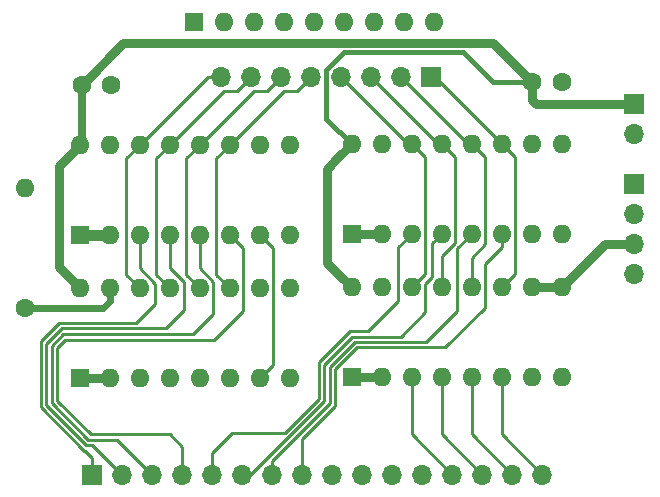
<source format=gbr>
%TF.GenerationSoftware,KiCad,Pcbnew,(5.1.9-0-10_14)*%
%TF.CreationDate,2021-04-21T15:02:01-04:00*%
%TF.ProjectId,MAR,4d41522e-6b69-4636-9164-5f7063625858,rev?*%
%TF.SameCoordinates,Original*%
%TF.FileFunction,Copper,L1,Top*%
%TF.FilePolarity,Positive*%
%FSLAX46Y46*%
G04 Gerber Fmt 4.6, Leading zero omitted, Abs format (unit mm)*
G04 Created by KiCad (PCBNEW (5.1.9-0-10_14)) date 2021-04-21 15:02:01*
%MOMM*%
%LPD*%
G01*
G04 APERTURE LIST*
%TA.AperFunction,ComponentPad*%
%ADD10O,1.600000X1.600000*%
%TD*%
%TA.AperFunction,ComponentPad*%
%ADD11R,1.600000X1.600000*%
%TD*%
%TA.AperFunction,ComponentPad*%
%ADD12C,1.600000*%
%TD*%
%TA.AperFunction,ComponentPad*%
%ADD13O,1.700000X1.700000*%
%TD*%
%TA.AperFunction,ComponentPad*%
%ADD14R,1.700000X1.700000*%
%TD*%
%TA.AperFunction,Conductor*%
%ADD15C,0.900000*%
%TD*%
%TA.AperFunction,Conductor*%
%ADD16C,0.800000*%
%TD*%
%TA.AperFunction,Conductor*%
%ADD17C,0.400000*%
%TD*%
%TA.AperFunction,Conductor*%
%ADD18C,0.250000*%
%TD*%
%TA.AperFunction,Conductor*%
%ADD19C,0.700000*%
%TD*%
%TA.AperFunction,Conductor*%
%ADD20C,0.600000*%
%TD*%
G04 APERTURE END LIST*
D10*
%TO.P,RN1,9*%
%TO.N,/D1*%
X116636800Y-23876000D03*
%TO.P,RN1,8*%
%TO.N,/D2*%
X114096800Y-23876000D03*
%TO.P,RN1,7*%
%TO.N,/D3*%
X111556800Y-23876000D03*
%TO.P,RN1,6*%
%TO.N,/D4*%
X109016800Y-23876000D03*
%TO.P,RN1,5*%
%TO.N,/D5*%
X106476800Y-23876000D03*
%TO.P,RN1,4*%
%TO.N,/D6*%
X103936800Y-23876000D03*
%TO.P,RN1,3*%
%TO.N,/D7*%
X101396800Y-23876000D03*
%TO.P,RN1,2*%
%TO.N,/D8*%
X98856800Y-23876000D03*
D11*
%TO.P,RN1,1*%
%TO.N,GND*%
X96316800Y-23876000D03*
%TD*%
D10*
%TO.P,R1,2*%
%TO.N,GND*%
X81991200Y-37998400D03*
D12*
%TO.P,R1,1*%
%TO.N,/RESET*%
X81991200Y-48158400D03*
%TD*%
D13*
%TO.P,J4,16*%
%TO.N,/Y1*%
X125780800Y-62280800D03*
%TO.P,J4,15*%
%TO.N,/Y2*%
X123240800Y-62280800D03*
%TO.P,J4,14*%
%TO.N,/Y3*%
X120700800Y-62280800D03*
%TO.P,J4,13*%
%TO.N,/Y4*%
X118160800Y-62280800D03*
%TO.P,J4,12*%
%TO.N,/Y5*%
X115620800Y-62280800D03*
%TO.P,J4,11*%
%TO.N,/Y6*%
X113080800Y-62280800D03*
%TO.P,J4,10*%
%TO.N,/Y7*%
X110540800Y-62280800D03*
%TO.P,J4,9*%
%TO.N,/Y8*%
X108000800Y-62280800D03*
%TO.P,J4,8*%
%TO.N,/Y9*%
X105460800Y-62280800D03*
%TO.P,J4,7*%
%TO.N,/Y10*%
X102920800Y-62280800D03*
%TO.P,J4,6*%
%TO.N,/Y11*%
X100380800Y-62280800D03*
%TO.P,J4,5*%
%TO.N,/Y12*%
X97840800Y-62280800D03*
%TO.P,J4,4*%
%TO.N,/Y13*%
X95300800Y-62280800D03*
%TO.P,J4,3*%
%TO.N,/Y14*%
X92760800Y-62280800D03*
%TO.P,J4,2*%
%TO.N,/Y15*%
X90220800Y-62280800D03*
D14*
%TO.P,J4,1*%
%TO.N,/Y16*%
X87680800Y-62280800D03*
%TD*%
D10*
%TO.P,U4,16*%
%TO.N,VCC*%
X109626400Y-34239200D03*
%TO.P,U4,8*%
%TO.N,GND*%
X127406400Y-41859200D03*
%TO.P,U4,15*%
%TO.N,/RESET*%
X112166400Y-34239200D03*
%TO.P,U4,7*%
%TO.N,/CLOCK*%
X124866400Y-41859200D03*
%TO.P,U4,14*%
%TO.N,/D4*%
X114706400Y-34239200D03*
%TO.P,U4,6*%
%TO.N,/Y9*%
X122326400Y-41859200D03*
%TO.P,U4,13*%
%TO.N,/D3*%
X117246400Y-34239200D03*
%TO.P,U4,5*%
%TO.N,/Y10*%
X119786400Y-41859200D03*
%TO.P,U4,12*%
%TO.N,/D2*%
X119786400Y-34239200D03*
%TO.P,U4,4*%
%TO.N,/Y11*%
X117246400Y-41859200D03*
%TO.P,U4,11*%
%TO.N,/D1*%
X122326400Y-34239200D03*
%TO.P,U4,3*%
%TO.N,/Y12*%
X114706400Y-41859200D03*
%TO.P,U4,10*%
%TO.N,/MAR2_IN*%
X124866400Y-34239200D03*
%TO.P,U4,2*%
%TO.N,GND*%
X112166400Y-41859200D03*
%TO.P,U4,9*%
%TO.N,/MAR2_IN*%
X127406400Y-34239200D03*
D11*
%TO.P,U4,1*%
%TO.N,GND*%
X109626400Y-41859200D03*
%TD*%
D10*
%TO.P,U3,16*%
%TO.N,VCC*%
X109626400Y-46380400D03*
%TO.P,U3,8*%
%TO.N,GND*%
X127406400Y-54000400D03*
%TO.P,U3,15*%
%TO.N,/RESET*%
X112166400Y-46380400D03*
%TO.P,U3,7*%
%TO.N,/CLOCK*%
X124866400Y-54000400D03*
%TO.P,U3,14*%
%TO.N,/D4*%
X114706400Y-46380400D03*
%TO.P,U3,6*%
%TO.N,/Y1*%
X122326400Y-54000400D03*
%TO.P,U3,13*%
%TO.N,/D3*%
X117246400Y-46380400D03*
%TO.P,U3,5*%
%TO.N,/Y2*%
X119786400Y-54000400D03*
%TO.P,U3,12*%
%TO.N,/D2*%
X119786400Y-46380400D03*
%TO.P,U3,4*%
%TO.N,/Y3*%
X117246400Y-54000400D03*
%TO.P,U3,11*%
%TO.N,/D1*%
X122326400Y-46380400D03*
%TO.P,U3,3*%
%TO.N,/Y4*%
X114706400Y-54000400D03*
%TO.P,U3,10*%
%TO.N,/MAR1_IN*%
X124866400Y-46380400D03*
%TO.P,U3,2*%
%TO.N,GND*%
X112166400Y-54000400D03*
%TO.P,U3,9*%
%TO.N,/MAR1_IN*%
X127406400Y-46380400D03*
D11*
%TO.P,U3,1*%
%TO.N,GND*%
X109626400Y-54000400D03*
%TD*%
D10*
%TO.P,U2,16*%
%TO.N,VCC*%
X86614000Y-34340800D03*
%TO.P,U2,8*%
%TO.N,GND*%
X104394000Y-41960800D03*
%TO.P,U2,15*%
%TO.N,/RESET*%
X89154000Y-34340800D03*
%TO.P,U2,7*%
%TO.N,/CLOCK*%
X101854000Y-41960800D03*
%TO.P,U2,14*%
%TO.N,/D8*%
X91694000Y-34340800D03*
%TO.P,U2,6*%
%TO.N,/Y13*%
X99314000Y-41960800D03*
%TO.P,U2,13*%
%TO.N,/D7*%
X94234000Y-34340800D03*
%TO.P,U2,5*%
%TO.N,/Y14*%
X96774000Y-41960800D03*
%TO.P,U2,12*%
%TO.N,/D6*%
X96774000Y-34340800D03*
%TO.P,U2,4*%
%TO.N,/Y15*%
X94234000Y-41960800D03*
%TO.P,U2,11*%
%TO.N,/D5*%
X99314000Y-34340800D03*
%TO.P,U2,3*%
%TO.N,/Y16*%
X91694000Y-41960800D03*
%TO.P,U2,10*%
%TO.N,/MAR2_IN*%
X101854000Y-34340800D03*
%TO.P,U2,2*%
%TO.N,GND*%
X89154000Y-41960800D03*
%TO.P,U2,9*%
%TO.N,/MAR2_IN*%
X104394000Y-34340800D03*
D11*
%TO.P,U2,1*%
%TO.N,GND*%
X86614000Y-41960800D03*
%TD*%
D10*
%TO.P,U1,16*%
%TO.N,VCC*%
X86614000Y-46431200D03*
%TO.P,U1,8*%
%TO.N,GND*%
X104394000Y-54051200D03*
%TO.P,U1,15*%
%TO.N,/RESET*%
X89154000Y-46431200D03*
%TO.P,U1,7*%
%TO.N,/CLOCK*%
X101854000Y-54051200D03*
%TO.P,U1,14*%
%TO.N,/D8*%
X91694000Y-46431200D03*
%TO.P,U1,6*%
%TO.N,/Y5*%
X99314000Y-54051200D03*
%TO.P,U1,13*%
%TO.N,/D7*%
X94234000Y-46431200D03*
%TO.P,U1,5*%
%TO.N,/Y6*%
X96774000Y-54051200D03*
%TO.P,U1,12*%
%TO.N,/D6*%
X96774000Y-46431200D03*
%TO.P,U1,4*%
%TO.N,/Y7*%
X94234000Y-54051200D03*
%TO.P,U1,11*%
%TO.N,/D5*%
X99314000Y-46431200D03*
%TO.P,U1,3*%
%TO.N,/Y8*%
X91694000Y-54051200D03*
%TO.P,U1,10*%
%TO.N,/MAR1_IN*%
X101854000Y-46431200D03*
%TO.P,U1,2*%
%TO.N,GND*%
X89154000Y-54051200D03*
%TO.P,U1,9*%
%TO.N,/MAR1_IN*%
X104394000Y-46431200D03*
D11*
%TO.P,U1,1*%
%TO.N,GND*%
X86614000Y-54051200D03*
%TD*%
D13*
%TO.P,J3,8*%
%TO.N,/D8*%
X98602800Y-28600400D03*
%TO.P,J3,7*%
%TO.N,/D7*%
X101142800Y-28600400D03*
%TO.P,J3,6*%
%TO.N,/D6*%
X103682800Y-28600400D03*
%TO.P,J3,5*%
%TO.N,/D5*%
X106222800Y-28600400D03*
%TO.P,J3,4*%
%TO.N,/D4*%
X108762800Y-28600400D03*
%TO.P,J3,3*%
%TO.N,/D3*%
X111302800Y-28600400D03*
%TO.P,J3,2*%
%TO.N,/D2*%
X113842800Y-28600400D03*
D14*
%TO.P,J3,1*%
%TO.N,/D1*%
X116382800Y-28600400D03*
%TD*%
D13*
%TO.P,J2,4*%
%TO.N,/MAR2_IN*%
X133553200Y-45262800D03*
%TO.P,J2,3*%
%TO.N,/MAR1_IN*%
X133553200Y-42722800D03*
%TO.P,J2,2*%
%TO.N,/CLOCK*%
X133553200Y-40182800D03*
D14*
%TO.P,J2,1*%
%TO.N,/RESET*%
X133553200Y-37642800D03*
%TD*%
D13*
%TO.P,J1,2*%
%TO.N,GND*%
X133553200Y-33375600D03*
D14*
%TO.P,J1,1*%
%TO.N,VCC*%
X133553200Y-30835600D03*
%TD*%
D12*
%TO.P,C2,2*%
%TO.N,GND*%
X89266400Y-29210000D03*
%TO.P,C2,1*%
%TO.N,VCC*%
X86766400Y-29210000D03*
%TD*%
%TO.P,C1,2*%
%TO.N,GND*%
X127417200Y-29006800D03*
%TO.P,C1,1*%
%TO.N,VCC*%
X124917200Y-29006800D03*
%TD*%
D15*
%TO.N,GND*%
X86614000Y-41960800D02*
X89154000Y-41960800D01*
D16*
X109626400Y-41859200D02*
X112166400Y-41859200D01*
X109626400Y-54000400D02*
X112166400Y-54000400D01*
X86614000Y-54051200D02*
X89154000Y-54051200D01*
D17*
%TO.N,VCC*%
X107492800Y-32105600D02*
X109626400Y-34239200D01*
X121615200Y-29006800D02*
X119024400Y-26416000D01*
X109016800Y-26416000D02*
X107492800Y-27940000D01*
X124917200Y-29006800D02*
X121615200Y-29006800D01*
X119024400Y-26416000D02*
X109016800Y-26416000D01*
X107492800Y-27940000D02*
X107492800Y-32105600D01*
D18*
X86766400Y-34188400D02*
X86614000Y-34340800D01*
D19*
X86766400Y-29210000D02*
X86766400Y-34188400D01*
D16*
X84836000Y-44653200D02*
X86614000Y-46431200D01*
X84836000Y-36118800D02*
X84836000Y-44653200D01*
X86614000Y-34340800D02*
X84836000Y-36118800D01*
X108501399Y-45255399D02*
X109626400Y-46380400D01*
X109626400Y-34239200D02*
X108501399Y-35364201D01*
X107543600Y-44297600D02*
X108501399Y-45255399D01*
X107543600Y-36322000D02*
X107543600Y-44297600D01*
X108501399Y-35364201D02*
X107543600Y-36322000D01*
X124917200Y-29006800D02*
X124917200Y-30530800D01*
X125222000Y-30835600D02*
X133553200Y-30835600D01*
X124917200Y-30530800D02*
X125222000Y-30835600D01*
X86766400Y-29210000D02*
X90271600Y-25704800D01*
X121615200Y-25704800D02*
X124917200Y-29006800D01*
X90271600Y-25704800D02*
X121615200Y-25704800D01*
D20*
%TO.N,/RESET*%
X89154000Y-46431200D02*
X89154000Y-47548800D01*
X88544400Y-48158400D02*
X81991200Y-48158400D01*
X89154000Y-47548800D02*
X88544400Y-48158400D01*
D18*
%TO.N,/CLOCK*%
X102979001Y-52926199D02*
X101854000Y-54051200D01*
X102979001Y-43085801D02*
X102979001Y-52926199D01*
X101854000Y-41960800D02*
X102979001Y-43085801D01*
%TO.N,/D5*%
X103879399Y-29775401D02*
X99314000Y-34340800D01*
X105047799Y-29775401D02*
X103879399Y-29775401D01*
X106222800Y-28600400D02*
X105047799Y-29775401D01*
X98188999Y-45306199D02*
X99314000Y-46431200D01*
X98188999Y-35465801D02*
X98188999Y-45306199D01*
X99314000Y-34340800D02*
X98188999Y-35465801D01*
%TO.N,/D6*%
X101339399Y-29775401D02*
X96774000Y-34340800D01*
X102507799Y-29775401D02*
X101339399Y-29775401D01*
X103682800Y-28600400D02*
X102507799Y-29775401D01*
X95648999Y-45306199D02*
X96774000Y-46431200D01*
X95648999Y-35465801D02*
X95648999Y-45306199D01*
X96774000Y-34340800D02*
X95648999Y-35465801D01*
%TO.N,/D7*%
X99967799Y-29775401D02*
X98799399Y-29775401D01*
X98799399Y-29775401D02*
X94234000Y-34340800D01*
X101142800Y-28600400D02*
X99967799Y-29775401D01*
X93108999Y-35465801D02*
X93108999Y-45306199D01*
X93108999Y-45306199D02*
X94234000Y-46431200D01*
X94234000Y-34340800D02*
X93108999Y-35465801D01*
%TO.N,/D8*%
X97434400Y-28600400D02*
X91694000Y-34340800D01*
X98602800Y-28600400D02*
X97434400Y-28600400D01*
X90568999Y-45306199D02*
X91694000Y-46431200D01*
X90568999Y-35465801D02*
X90568999Y-45306199D01*
X91694000Y-34340800D02*
X90568999Y-35465801D01*
%TO.N,/Y1*%
X122326400Y-58826400D02*
X125780800Y-62280800D01*
X122326400Y-54000400D02*
X122326400Y-58826400D01*
%TO.N,/Y2*%
X119786400Y-58826400D02*
X123240800Y-62280800D01*
X119786400Y-54000400D02*
X119786400Y-58826400D01*
%TO.N,/Y3*%
X117246400Y-58826400D02*
X120700800Y-62280800D01*
X117246400Y-54000400D02*
X117246400Y-58826400D01*
%TO.N,/Y4*%
X114706400Y-58826400D02*
X118160800Y-62280800D01*
X114706400Y-54000400D02*
X114706400Y-58826400D01*
%TO.N,/D1*%
X116687600Y-28600400D02*
X122326400Y-34239200D01*
X116382800Y-28600400D02*
X116687600Y-28600400D01*
X123451401Y-45255399D02*
X122326400Y-46380400D01*
X123451401Y-35364201D02*
X123451401Y-45255399D01*
X122326400Y-34239200D02*
X123451401Y-35364201D01*
%TO.N,/D2*%
X119481600Y-34239200D02*
X119786400Y-34239200D01*
X113842800Y-28600400D02*
X119481600Y-34239200D01*
X120911401Y-35364201D02*
X120911401Y-42739389D01*
X120911401Y-42739389D02*
X119786400Y-43864390D01*
X119786400Y-34239200D02*
X120911401Y-35364201D01*
X119786400Y-43864390D02*
X119786400Y-46380400D01*
%TO.N,/D3*%
X116941600Y-34239200D02*
X117246400Y-34239200D01*
X111302800Y-28600400D02*
X116941600Y-34239200D01*
X117246400Y-34239200D02*
X118371401Y-35364201D01*
X118371401Y-42637788D02*
X117246400Y-43762789D01*
X118371401Y-35364201D02*
X118371401Y-42637788D01*
X117246400Y-43762789D02*
X117246400Y-46380400D01*
%TO.N,/D4*%
X114401600Y-34239200D02*
X114706400Y-34239200D01*
X108762800Y-28600400D02*
X114401600Y-34239200D01*
X115831401Y-45255399D02*
X114706400Y-46380400D01*
X115831401Y-35364201D02*
X115831401Y-45255399D01*
X114706400Y-34239200D02*
X115831401Y-35364201D01*
D16*
%TO.N,/MAR1_IN*%
X131064000Y-42722800D02*
X127406400Y-46380400D01*
X133553200Y-42722800D02*
X131064000Y-42722800D01*
X124866400Y-46380400D02*
X127406400Y-46380400D01*
D18*
%TO.N,/Y16*%
X87680800Y-60807600D02*
X87680800Y-62280800D01*
X83312000Y-56540400D02*
X86969600Y-60198000D01*
X87071200Y-60198000D02*
X87680800Y-60807600D01*
X93014800Y-47752000D02*
X91389200Y-49377600D01*
X84886800Y-49377600D02*
X83312000Y-50952400D01*
X93014800Y-46086998D02*
X93014800Y-47752000D01*
X91694000Y-44766198D02*
X93014800Y-46086998D01*
X83312000Y-50952400D02*
X83312000Y-56540400D01*
X91389200Y-49377600D02*
X84886800Y-49377600D01*
X91694000Y-41960800D02*
X91694000Y-44766198D01*
X86969600Y-60198000D02*
X87071200Y-60198000D01*
%TO.N,/Y15*%
X83762011Y-51138799D02*
X83762011Y-56332833D01*
X94234000Y-44766198D02*
X95402400Y-45934598D01*
X94234000Y-41960800D02*
X94234000Y-44766198D01*
X93885589Y-49827611D02*
X85073199Y-49827611D01*
X87666422Y-59726422D02*
X90220800Y-62280800D01*
X95402400Y-45934598D02*
X95402400Y-48310800D01*
X83762011Y-56332833D02*
X87155600Y-59726422D01*
X95402400Y-48310800D02*
X93885589Y-49827611D01*
X85073199Y-49827611D02*
X83762011Y-51138799D01*
X87155600Y-59726422D02*
X87666422Y-59726422D01*
%TO.N,/Y14*%
X96774000Y-41960800D02*
X96774000Y-44766198D01*
X96208011Y-50349989D02*
X85208400Y-50349989D01*
X84233589Y-56168000D02*
X87342000Y-59276411D01*
X96774000Y-44766198D02*
X97899001Y-45891199D01*
X97899001Y-45891199D02*
X97899001Y-48658999D01*
X97899001Y-48658999D02*
X96208011Y-50349989D01*
X87342000Y-59276411D02*
X89756411Y-59276411D01*
X85208400Y-50349989D02*
X84233589Y-51324800D01*
X89756411Y-59276411D02*
X92760800Y-62280800D01*
X84233589Y-51324800D02*
X84233589Y-56168000D01*
%TO.N,/Y13*%
X94234000Y-58826400D02*
X95300800Y-59893200D01*
X87528400Y-58826400D02*
X94234000Y-58826400D01*
X84683600Y-55981600D02*
X87528400Y-58826400D01*
X85394800Y-50800000D02*
X84683600Y-51511200D01*
X100439001Y-43085801D02*
X100439001Y-48354199D01*
X100439001Y-48354199D02*
X97993200Y-50800000D01*
X99314000Y-41960800D02*
X100439001Y-43085801D01*
X95300800Y-59893200D02*
X95300800Y-62280800D01*
X97993200Y-50800000D02*
X85394800Y-50800000D01*
X84683600Y-51511200D02*
X84683600Y-55981600D01*
%TO.N,/Y12*%
X99517200Y-58724800D02*
X97840800Y-60401200D01*
X97840800Y-60401200D02*
X97840800Y-62280800D01*
X106883200Y-52730400D02*
X106883200Y-55829200D01*
X109524800Y-50088800D02*
X106883200Y-52730400D01*
X110998000Y-50088800D02*
X109524800Y-50088800D01*
X113581399Y-47505401D02*
X110998000Y-50088800D01*
X113581399Y-42984201D02*
X113581399Y-47505401D01*
X106883200Y-55829200D02*
X103987600Y-58724800D01*
X114706400Y-41859200D02*
X113581399Y-42984201D01*
X103987600Y-58724800D02*
X99517200Y-58724800D01*
%TO.N,/Y11*%
X115831401Y-46130397D02*
X115831401Y-48506599D01*
X107333211Y-56015600D02*
X101068011Y-62280800D01*
X116446401Y-42659199D02*
X116446401Y-45515397D01*
X116446401Y-45515397D02*
X115831401Y-46130397D01*
X115831401Y-48506599D02*
X113777622Y-50560378D01*
X109689632Y-50560378D02*
X107333211Y-52916799D01*
X107333211Y-52916799D02*
X107333211Y-56015600D01*
X101068011Y-62280800D02*
X100380800Y-62280800D01*
X117246400Y-41859200D02*
X116446401Y-42659199D01*
X113777622Y-50560378D02*
X109689632Y-50560378D01*
%TO.N,/Y10*%
X115969211Y-51010389D02*
X109876030Y-51010389D01*
X102920800Y-61078719D02*
X102920800Y-62280800D01*
X119786400Y-41859200D02*
X118567200Y-43078400D01*
X118567200Y-43078400D02*
X118567200Y-48412400D01*
X118567200Y-48412400D02*
X115969211Y-51010389D01*
X109876030Y-51010389D02*
X107783222Y-53103197D01*
X107783222Y-53103197D02*
X107783222Y-56216297D01*
X107783222Y-56216297D02*
X102920800Y-61078719D01*
%TO.N,/Y9*%
X105460800Y-59232800D02*
X105460800Y-62280800D01*
X108233233Y-56460367D02*
X105460800Y-59232800D01*
X108233233Y-53289597D02*
X108233233Y-56460367D01*
X122326400Y-41859200D02*
X122326400Y-42990570D01*
X122326400Y-42990570D02*
X120911401Y-44405569D01*
X120911401Y-44405569D02*
X120911401Y-48115001D01*
X117566002Y-51460400D02*
X110062430Y-51460400D01*
X120911401Y-48115001D02*
X117566002Y-51460400D01*
X110062430Y-51460400D02*
X108233233Y-53289597D01*
%TD*%
M02*

</source>
